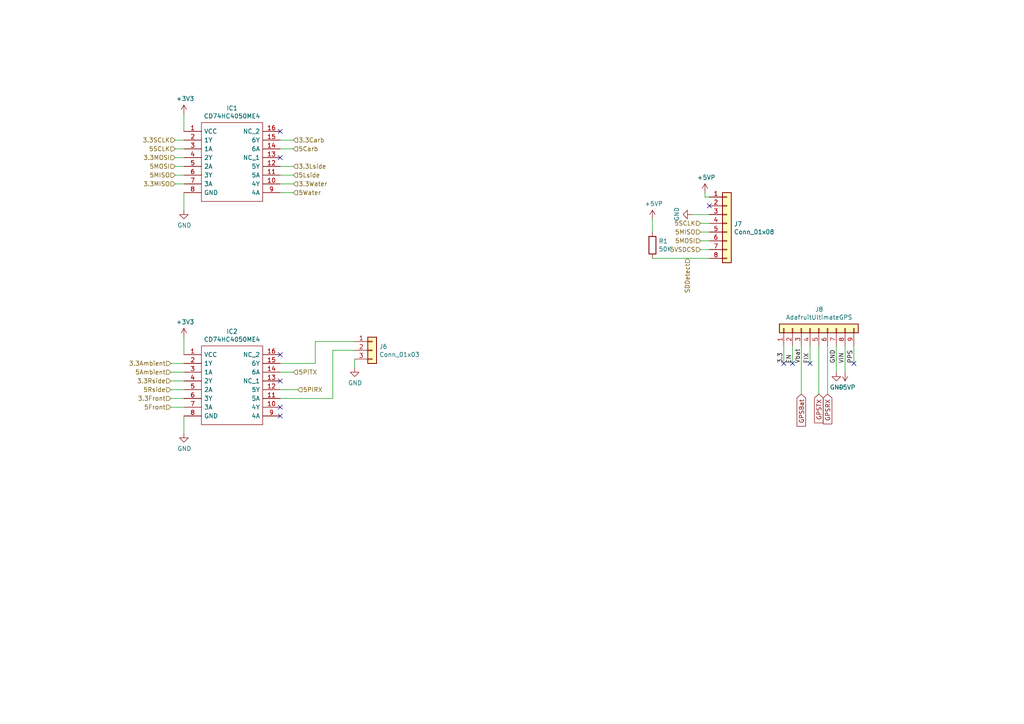
<source format=kicad_sch>
(kicad_sch (version 20211123) (generator eeschema)
  (paper "A4")
  (lib_symbols
    (symbol "Connector_Generic:Conn_01x03" (pin_names (offset 1.016) hide)
      (property "Reference" "J" (at 0 5.08 0))
      (property "Value" "Conn_01x03" (at 0 -5.08 0))
      (symbol "Conn_01x03_1_1"
        (rectangle (start -1.27 -2.413) (end 0 -2.667) (stroke (width 0.1524)))
        (rectangle (start -1.27 0.127) (end 0 -0.127) (stroke (width 0.1524)))
        (rectangle (start -1.27 2.667) (end 0 2.413) (stroke (width 0.1524)))
        (rectangle (start -1.27 3.81) (end 1.27 -3.81) (stroke (width 0.254)) (fill (type background)))
        (pin passive line (at -5.08 2.54 0) (length 3.81) (name "Pin_1") (number "1"))
        (pin passive line (at -5.08 0 0) (length 3.81) (name "Pin_2") (number "2"))
        (pin passive line (at -5.08 -2.54 0) (length 3.81) (name "Pin_3") (number "3"))
      )
    )
    (symbol "Connector_Generic:Conn_01x08" (pin_names (offset 1.016) hide)
      (property "Reference" "J" (at 0 10.16 0))
      (property "Value" "Conn_01x08" (at 0 -12.7 0))
      (symbol "Conn_01x08_1_1"
        (rectangle (start -1.27 -10.033) (end 0 -10.287) (stroke (width 0.1524)))
        (rectangle (start -1.27 -7.493) (end 0 -7.747) (stroke (width 0.1524)))
        (rectangle (start -1.27 -4.953) (end 0 -5.207) (stroke (width 0.1524)))
        (rectangle (start -1.27 -2.413) (end 0 -2.667) (stroke (width 0.1524)))
        (rectangle (start -1.27 0.127) (end 0 -0.127) (stroke (width 0.1524)))
        (rectangle (start -1.27 2.667) (end 0 2.413) (stroke (width 0.1524)))
        (rectangle (start -1.27 5.207) (end 0 4.953) (stroke (width 0.1524)))
        (rectangle (start -1.27 7.747) (end 0 7.493) (stroke (width 0.1524)))
        (rectangle (start -1.27 8.89) (end 1.27 -11.43) (stroke (width 0.254)) (fill (type background)))
        (pin passive line (at -5.08 7.62 0) (length 3.81) (name "Pin_1") (number "1"))
        (pin passive line (at -5.08 5.08 0) (length 3.81) (name "Pin_2") (number "2"))
        (pin passive line (at -5.08 2.54 0) (length 3.81) (name "Pin_3") (number "3"))
        (pin passive line (at -5.08 0 0) (length 3.81) (name "Pin_4") (number "4"))
        (pin passive line (at -5.08 -2.54 0) (length 3.81) (name "Pin_5") (number "5"))
        (pin passive line (at -5.08 -5.08 0) (length 3.81) (name "Pin_6") (number "6"))
        (pin passive line (at -5.08 -7.62 0) (length 3.81) (name "Pin_7") (number "7"))
        (pin passive line (at -5.08 -10.16 0) (length 3.81) (name "Pin_8") (number "8"))
      )
    )
    (symbol "Connector_Generic:Conn_01x09" (pin_names (offset 1.016) hide)
      (property "Reference" "J" (at 0 12.7 0))
      (property "Value" "Conn_01x09" (at 0 -12.7 0))
      (symbol "Conn_01x09_1_1"
        (rectangle (start -1.27 -10.033) (end 0 -10.287) (stroke (width 0.1524)))
        (rectangle (start -1.27 -7.493) (end 0 -7.747) (stroke (width 0.1524)))
        (rectangle (start -1.27 -4.953) (end 0 -5.207) (stroke (width 0.1524)))
        (rectangle (start -1.27 -2.413) (end 0 -2.667) (stroke (width 0.1524)))
        (rectangle (start -1.27 0.127) (end 0 -0.127) (stroke (width 0.1524)))
        (rectangle (start -1.27 2.667) (end 0 2.413) (stroke (width 0.1524)))
        (rectangle (start -1.27 5.207) (end 0 4.953) (stroke (width 0.1524)))
        (rectangle (start -1.27 7.747) (end 0 7.493) (stroke (width 0.1524)))
        (rectangle (start -1.27 10.287) (end 0 10.033) (stroke (width 0.1524)))
        (rectangle (start -1.27 11.43) (end 1.27 -11.43) (stroke (width 0.254)) (fill (type background)))
        (pin passive line (at -5.08 10.16 0) (length 3.81) (name "Pin_1") (number "1"))
        (pin passive line (at -5.08 7.62 0) (length 3.81) (name "Pin_2") (number "2"))
        (pin passive line (at -5.08 5.08 0) (length 3.81) (name "Pin_3") (number "3"))
        (pin passive line (at -5.08 2.54 0) (length 3.81) (name "Pin_4") (number "4"))
        (pin passive line (at -5.08 0 0) (length 3.81) (name "Pin_5") (number "5"))
        (pin passive line (at -5.08 -2.54 0) (length 3.81) (name "Pin_6") (number "6"))
        (pin passive line (at -5.08 -5.08 0) (length 3.81) (name "Pin_7") (number "7"))
        (pin passive line (at -5.08 -7.62 0) (length 3.81) (name "Pin_8") (number "8"))
        (pin passive line (at -5.08 -10.16 0) (length 3.81) (name "Pin_9") (number "9"))
      )
    )
    (symbol "Device:R" (pin_numbers hide) (pin_names (offset 0))
      (property "Reference" "R" (at 2.032 0 90))
      (property "Value" "R" (at 0 0 90))
      (symbol "R_0_1"
        (rectangle (start -1.016 -2.54) (end 1.016 2.54) (stroke (width 0.254)))
      )
      (symbol "R_1_1"
        (pin passive line (at 0 3.81 270) (length 1.27) (name "~") (number "1"))
        (pin passive line (at 0 -3.81 90) (length 1.27) (name "~") (number "2"))
      )
    )
    (symbol "SamacSys_Parts:CD74HC4050ME4" (pin_names (offset 0.762))
      (property "Reference" "IC" (at 24.13 7.62 0))
      (property "Value" "SamacSys_Parts_CD74HC4050ME4" (at 24.13 5.08 0))
      (symbol "CD74HC4050ME4_0_0"
        (pin passive line (at 0 0 0) (length 5.08) (name "VCC") (number "1"))
        (pin passive line (at 27.94 -15.24 180) (length 5.08) (name "4Y") (number "10"))
        (pin passive line (at 27.94 -12.7 180) (length 5.08) (name "5A") (number "11"))
        (pin passive line (at 27.94 -10.16 180) (length 5.08) (name "5Y") (number "12"))
        (pin passive line (at 27.94 -7.62 180) (length 5.08) (name "NC_1") (number "13"))
        (pin passive line (at 27.94 -5.08 180) (length 5.08) (name "6A") (number "14"))
        (pin passive line (at 27.94 -2.54 180) (length 5.08) (name "6Y") (number "15"))
        (pin passive line (at 27.94 0 180) (length 5.08) (name "NC_2") (number "16"))
        (pin passive line (at 0 -2.54 0) (length 5.08) (name "1Y") (number "2"))
        (pin passive line (at 0 -5.08 0) (length 5.08) (name "1A") (number "3"))
        (pin passive line (at 0 -7.62 0) (length 5.08) (name "2Y") (number "4"))
        (pin passive line (at 0 -10.16 0) (length 5.08) (name "2A") (number "5"))
        (pin passive line (at 0 -12.7 0) (length 5.08) (name "3Y") (number "6"))
        (pin passive line (at 0 -15.24 0) (length 5.08) (name "3A") (number "7"))
        (pin passive line (at 0 -17.78 0) (length 5.08) (name "GND") (number "8"))
        (pin passive line (at 27.94 -17.78 180) (length 5.08) (name "4A") (number "9"))
      )
      (symbol "CD74HC4050ME4_0_1"
        (polyline (pts (xy 5.08 2.54) (xy 22.86 2.54) (xy 22.86 -20.32) (xy 5.08 -20.32) (xy 5.08 2.54)) (stroke (width 0.1524)))
      )
    )
    (symbol "power:+3.3V" (power) (pin_names (offset 0))
      (property "Value" "+3.3V" (at 0 3.556 0))
      (symbol "+3.3V_0_1"
        (polyline (pts (xy -0.762 1.27) (xy 0 2.54)))
        (polyline (pts (xy 0 0) (xy 0 2.54)))
        (polyline (pts (xy 0 2.54) (xy 0.762 1.27)))
      )
      (symbol "+3.3V_1_1"
        (pin power_in line (at 0 0 90) (length 0) hide (name "+3V3") (number "1"))
      )
    )
    (symbol "power:+5VP" (power) (pin_names (offset 0))
      (property "Value" "+5VP" (at 0 3.556 0))
      (symbol "+5VP_0_1"
        (polyline (pts (xy -0.762 1.27) (xy 0 2.54)))
        (polyline (pts (xy 0 0) (xy 0 2.54)))
        (polyline (pts (xy 0 2.54) (xy 0.762 1.27)))
      )
      (symbol "+5VP_1_1"
        (pin power_in line (at 0 0 90) (length 0) hide (name "+5VP") (number "1"))
      )
    )
    (symbol "power:GND" (power) (pin_names (offset 0))
      (property "Value" "GND" (at 0 -3.81 0))
      (symbol "GND_0_1"
        (polyline (pts (xy 0 0) (xy 0 -1.27) (xy 1.27 -1.27) (xy 0 -2.54) (xy -1.27 -1.27) (xy 0 -1.27)))
      )
      (symbol "GND_1_1"
        (pin power_in line (at 0 0 270) (length 0) hide (name "GND") (number "1"))
      )
    )
  )
  (no_connect (at 81.28 120.65))
  (no_connect (at 81.28 102.87))
  (no_connect (at 205.74 59.69))
  (no_connect (at 81.28 45.72))
  (no_connect (at 247.65 105.41))
  (no_connect (at 81.28 118.11))
  (no_connect (at 227.33 105.41))
  (no_connect (at 81.28 110.49))
  (no_connect (at 81.28 38.1))
  (no_connect (at 234.95 105.41))
  (no_connect (at 229.87 105.41))
  (wire (pts (xy 49.53 107.95) (xy 53.34 107.95)))
  (wire (pts (xy 227.33 105.41) (xy 227.33 100.33)))
  (wire (pts (xy 200.66 62.23) (xy 205.74 62.23)))
  (wire (pts (xy 81.28 115.57) (xy 96.52 115.57)))
  (wire (pts (xy 237.49 100.33) (xy 237.49 114.3)))
  (wire (pts (xy 86.36 113.03) (xy 81.28 113.03)))
  (wire (pts (xy 189.23 63.5) (xy 189.23 67.31)))
  (wire (pts (xy 53.34 125.73) (xy 53.34 120.65)))
  (wire (pts (xy 96.52 115.57) (xy 96.52 101.6)))
  (wire (pts (xy 53.34 60.96) (xy 53.34 55.88)))
  (wire (pts (xy 91.44 99.06) (xy 102.87 99.06)))
  (wire (pts (xy 81.28 105.41) (xy 91.44 105.41)))
  (wire (pts (xy 53.34 38.1) (xy 53.34 33.02)))
  (wire (pts (xy 204.47 57.15) (xy 204.47 55.88)))
  (wire (pts (xy 232.41 100.33) (xy 232.41 114.3)))
  (wire (pts (xy 53.34 40.64) (xy 50.8 40.64)))
  (wire (pts (xy 102.87 106.68) (xy 102.87 104.14)))
  (wire (pts (xy 91.44 105.41) (xy 91.44 99.06)))
  (wire (pts (xy 203.2 64.77) (xy 205.74 64.77)))
  (wire (pts (xy 85.09 43.18) (xy 81.28 43.18)))
  (wire (pts (xy 49.53 113.03) (xy 53.34 113.03)))
  (wire (pts (xy 85.09 55.88) (xy 81.28 55.88)))
  (wire (pts (xy 53.34 53.34) (xy 50.8 53.34)))
  (wire (pts (xy 81.28 40.64) (xy 85.09 40.64)))
  (wire (pts (xy 49.53 105.41) (xy 53.34 105.41)))
  (wire (pts (xy 53.34 50.8) (xy 50.8 50.8)))
  (wire (pts (xy 49.53 118.11) (xy 53.34 118.11)))
  (wire (pts (xy 81.28 53.34) (xy 85.09 53.34)))
  (wire (pts (xy 205.74 67.31) (xy 203.2 67.31)))
  (wire (pts (xy 85.09 107.95) (xy 81.28 107.95)))
  (wire (pts (xy 247.65 105.41) (xy 247.65 100.33)))
  (wire (pts (xy 205.74 57.15) (xy 204.47 57.15)))
  (wire (pts (xy 205.74 72.39) (xy 203.2 72.39)))
  (wire (pts (xy 240.03 100.33) (xy 240.03 114.3)))
  (wire (pts (xy 53.34 102.87) (xy 53.34 97.79)))
  (wire (pts (xy 242.57 107.95) (xy 242.57 100.33)))
  (wire (pts (xy 245.11 107.95) (xy 245.11 100.33)))
  (wire (pts (xy 50.8 48.26) (xy 53.34 48.26)))
  (wire (pts (xy 81.28 48.26) (xy 85.09 48.26)))
  (wire (pts (xy 53.34 45.72) (xy 50.8 45.72)))
  (wire (pts (xy 49.53 110.49) (xy 53.34 110.49)))
  (wire (pts (xy 50.8 43.18) (xy 53.34 43.18)))
  (wire (pts (xy 49.53 115.57) (xy 53.34 115.57)))
  (wire (pts (xy 189.23 74.93) (xy 205.74 74.93)))
  (wire (pts (xy 203.2 69.85) (xy 205.74 69.85)))
  (wire (pts (xy 229.87 105.41) (xy 229.87 100.33)))
  (wire (pts (xy 85.09 50.8) (xy 81.28 50.8)))
  (wire (pts (xy 234.95 105.41) (xy 234.95 100.33)))
  (wire (pts (xy 96.52 101.6) (xy 102.87 101.6)))
  (label "GND" (at 242.57 105.41 90))
  (label "VIN" (at 245.11 105.41 90))
  (label "FIX" (at 234.95 105.41 90))
  (label "PPS" (at 247.65 105.41 90))
  (label "Vbat" (at 232.41 105.41 90))
  (label "EN" (at 229.87 105.41 90))
  (label "3.3" (at 227.33 105.41 90))
  (global_label "GPSTX" (shape input) (at 237.49 114.3 270) (property "Intersheet References" "${INTERSHEET_REFS}" (effects hide)))
  (global_label "GPSBat" (shape input) (at 232.41 114.3 270) (property "Intersheet References" "${INTERSHEET_REFS}" (effects hide)))
  (global_label "GPSRX" (shape input) (at 240.03 114.3 270) (property "Intersheet References" "${INTERSHEET_REFS}" (effects hide)))
  (hierarchical_label "3.3MOSI" (shape input) (at 50.8 45.72 180))
  (hierarchical_label "5VSDCS" (shape input) (at 203.2 72.39 180))
  (hierarchical_label "5MISO" (shape input) (at 50.8 50.8 180))
  (hierarchical_label "3.3Front" (shape input) (at 49.53 115.57 180))
  (hierarchical_label "3.3SCLK" (shape input) (at 50.8 40.64 180))
  (hierarchical_label "5SCLK" (shape input) (at 203.2 64.77 180))
  (hierarchical_label "SDDetect" (shape input) (at 199.39 74.93 270))
  (hierarchical_label "5PIRX" (shape input) (at 86.36 113.03 0))
  (hierarchical_label "3.3Carb" (shape input) (at 85.09 40.64 0))
  (hierarchical_label "5MOSI" (shape input) (at 203.2 69.85 180))
  (hierarchical_label "5Water" (shape input) (at 85.09 55.88 0))
  (hierarchical_label "5PiTX" (shape input) (at 85.09 107.95 0))
  (hierarchical_label "5MOSI" (shape input) (at 50.8 48.26 180))
  (hierarchical_label "5MISO" (shape input) (at 203.2 67.31 180))
  (hierarchical_label "3.3Water" (shape input) (at 85.09 53.34 0))
  (hierarchical_label "5Carb" (shape input) (at 85.09 43.18 0))
  (hierarchical_label "5Front" (shape input) (at 49.53 118.11 180))
  (hierarchical_label "5SCLK" (shape input) (at 50.8 43.18 180))
  (hierarchical_label "3.3Lside" (shape input) (at 85.09 48.26 0))
  (hierarchical_label "5Rside" (shape input) (at 49.53 113.03 180))
  (hierarchical_label "3.3Ambient" (shape input) (at 49.53 105.41 180))
  (hierarchical_label "3.3Rside" (shape input) (at 49.53 110.49 180))
  (hierarchical_label "5Ambient" (shape input) (at 49.53 107.95 180))
  (hierarchical_label "5Lside" (shape input) (at 85.09 50.8 0))
  (hierarchical_label "3.3MISO" (shape input) (at 50.8 53.34 180))
  (symbol (lib_id "SamacSys_Parts:CD74HC4050ME4") (at 53.34 38.1 0) (unit 1)
    (property "Reference" "IC1" (at 67.31 31.369 0))
    (property "Value" "CD74HC4050ME4" (at 67.31 33.6804 0))
    (property "Footprint" "SamacSys_Parts:SOIC127P600X175-16N" (effects hide))
    (property "Datasheet" "https://www.ti.com/lit/pdf/MPDS178" (effects hide))
    (property "Description" "Buffers & Line Drivers Hi-Spd CMOS Logic Hex Non-Inv Bfr" (effects hide))
    (property "Height" "1.75" (effects hide))
    (property "Mouser Part Number" "595-CD74HC4050ME4" (effects hide))
    (property "Mouser Price/Stock" "https://www.mouser.co.uk/ProductDetail/Texas-Instruments/CD74HC4050ME4?qs=xFfolx0DHx14hqY1xeFnNQ%3D%3D" (effects hide))
    (property "Manufacturer_Name" "Texas Instruments" (effects hide))
    (property "Manufacturer_Part_Number" "CD74HC4050ME4" (effects hide))
  )
  (symbol (lib_id "power:+3.3V") (at 53.34 33.02 0) (unit 1)
    (property "Reference" "#PWR09" (effects hide))
    (property "Value" "+3.3V" (at 53.721 28.6258 0))
  )
  (symbol (lib_id "power:GND") (at 53.34 60.96 0) (unit 1)
    (property "Reference" "#PWR010" (effects hide))
    (property "Value" "GND" (at 53.467 65.3542 0))
  )
  (symbol (lib_id "SamacSys_Parts:CD74HC4050ME4") (at 53.34 102.87 0) (unit 1)
    (property "Reference" "IC2" (at 67.31 96.139 0))
    (property "Value" "CD74HC4050ME4" (at 67.31 98.4504 0))
    (property "Footprint" "SamacSys_Parts:SOIC127P600X175-16N" (effects hide))
    (property "Datasheet" "https://www.ti.com/lit/pdf/MPDS178" (effects hide))
    (property "Description" "Buffers & Line Drivers Hi-Spd CMOS Logic Hex Non-Inv Bfr" (effects hide))
    (property "Height" "1.75" (effects hide))
    (property "Mouser Part Number" "595-CD74HC4050ME4" (effects hide))
    (property "Mouser Price/Stock" "https://www.mouser.co.uk/ProductDetail/Texas-Instruments/CD74HC4050ME4?qs=xFfolx0DHx14hqY1xeFnNQ%3D%3D" (effects hide))
    (property "Manufacturer_Name" "Texas Instruments" (effects hide))
    (property "Manufacturer_Part_Number" "CD74HC4050ME4" (effects hide))
  )
  (symbol (lib_id "power:+3.3V") (at 53.34 97.79 0) (unit 1)
    (property "Reference" "#PWR011" (effects hide))
    (property "Value" "+3.3V" (at 53.721 93.3958 0))
  )
  (symbol (lib_id "power:GND") (at 53.34 125.73 0) (unit 1)
    (property "Reference" "#PWR012" (effects hide))
    (property "Value" "GND" (at 53.467 130.1242 0))
  )
  (symbol (lib_id "power:GND") (at 200.66 62.23 270) (mirror x) (unit 1)
    (property "Reference" "#PWR015" (effects hide))
    (property "Value" "GND" (at 196.2658 62.103 0))
  )
  (symbol (lib_id "Device:R") (at 189.23 71.12 0) (unit 1)
    (property "Reference" "R1" (at 191.008 69.9516 0) (effects (justify left)))
    (property "Value" "50K" (at 191.008 72.263 0) (effects (justify left)))
    (property "Footprint" "Resistor_THT:R_Axial_DIN0207_L6.3mm_D2.5mm_P2.54mm_Vertical" (effects hide))
  )
  (symbol (lib_id "power:+5VP") (at 204.47 55.88 0) (unit 1)
    (property "Reference" "#PWR016" (effects hide))
    (property "Value" "+5VP" (at 204.851 51.4858 0))
  )
  (symbol (lib_id "Connector_Generic:Conn_01x08") (at 210.82 64.77 0) (unit 1)
    (property "Reference" "J7" (at 212.852 64.9732 0) (effects (justify left)))
    (property "Value" "Conn_01x08" (at 212.852 67.2846 0) (effects (justify left)))
    (property "Footprint" "Connector_PinSocket_2.54mm:PinSocket_1x08_P2.54mm_Horizontal" (effects hide))
  )
  (symbol (lib_id "power:+5VP") (at 189.23 63.5 0) (unit 1)
    (property "Reference" "#PWR014" (effects hide))
    (property "Value" "+5VP" (at 189.611 59.1058 0))
  )
  (symbol (lib_id "Connector_Generic:Conn_01x03") (at 107.95 101.6 0) (unit 1)
    (property "Reference" "J6" (at 109.982 100.5332 0) (effects (justify left)))
    (property "Value" "Conn_01x03" (at 109.982 102.8446 0) (effects (justify left)))
    (property "Footprint" "Connector_PinSocket_2.54mm:PinSocket_1x03_P2.54mm_Vertical" (effects hide))
  )
  (symbol (lib_id "power:GND") (at 102.87 106.68 0) (unit 1)
    (property "Reference" "#PWR013" (effects hide))
    (property "Value" "GND" (at 102.997 111.0742 0))
  )
  (symbol (lib_id "Connector_Generic:Conn_01x09") (at 237.49 95.25 90) (unit 1)
    (property "Reference" "J8" (at 237.5916 89.7382 90))
    (property "Value" "AdafruitUltimateGPS" (at 237.5916 92.0496 90))
    (property "Footprint" "Connector_PinSocket_2.54mm:PinSocket_1x09_P2.54mm_Vertical" (effects hide))
  )
  (symbol (lib_id "power:+5VP") (at 245.11 107.95 0) (mirror x) (unit 1)
    (property "Reference" "#PWR018" (effects hide))
    (property "Value" "+5VP" (at 245.491 112.3442 0))
  )
  (symbol (lib_id "power:GND") (at 242.57 107.95 0) (unit 1)
    (property "Reference" "#PWR017" (effects hide))
    (property "Value" "GND" (at 242.697 112.3442 0))
  )
)
</source>
